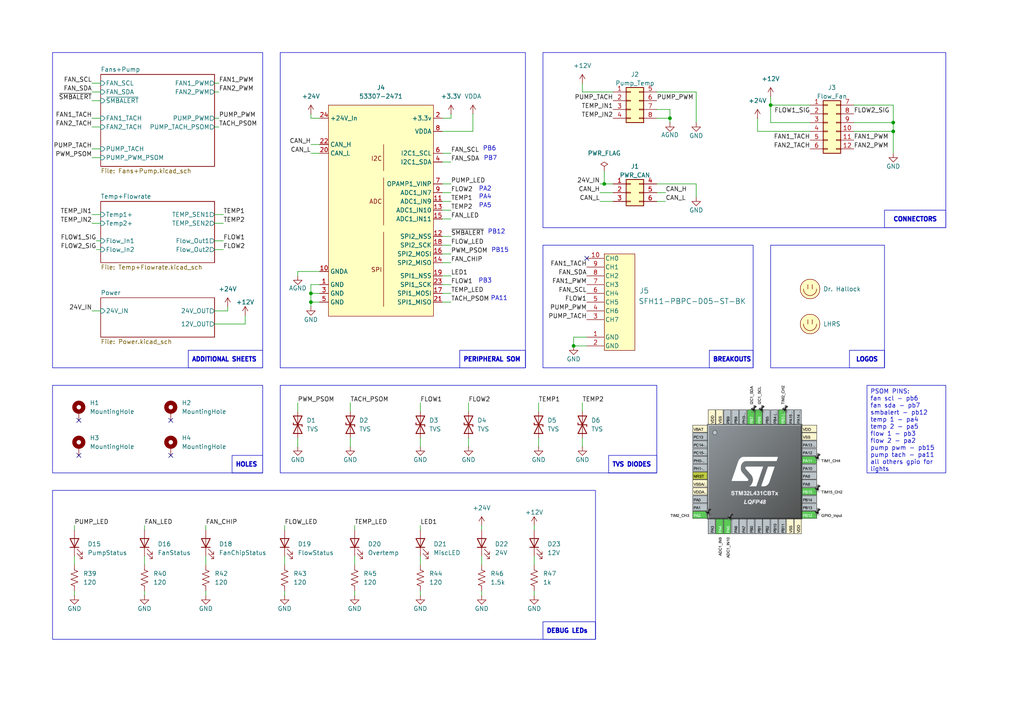
<source format=kicad_sch>
(kicad_sch (version 20250114) (generator "eeschema") (generator_version "9.0")
  (paper "A4")
  (lib_symbols
    (symbol "Connector_Generic:Conn_02x03_Top_Bottom" (pin_names (offset 1.016) (hide yes))
      (property "Reference" "J" (at 1.27 5.08 0))
      (property "Value" "Conn_02x03_Top_Bottom" (at 1.27 -5.08 0))
      (symbol "Conn_02x03_Top_Bottom_1_1"
        (pin passive line (at -5.08 2.54 0) (length 3.81) (name "Pin_1") (number "1"))
        (pin passive line (at -5.08 0 0) (length 3.81) (name "Pin_2") (number "2"))
        (pin passive line (at -5.08 -2.54 0) (length 3.81) (name "Pin_3") (number "3"))
        (pin passive line (at 7.62 2.54 180) (length 3.81) (name "Pin_4") (number "4"))
        (pin passive line (at 7.62 0 180) (length 3.81) (name "Pin_5") (number "5"))
        (pin passive line (at 7.62 -2.54 180) (length 3.81) (name "Pin_6") (number "6"))
      )
    )
    (symbol "Connector_Generic:Conn_02x04_Top_Bottom" (pin_names (offset 1.016) (hide yes))
      (property "Reference" "J" (at 1.27 5.08 0))
      (property "Value" "Conn_02x04_Top_Bottom" (at 1.27 -7.62 0))
      (symbol "Conn_02x04_Top_Bottom_1_1"
        (pin passive line (at -5.08 2.54 0) (length 3.81) (name "Pin_1") (number "1"))
        (pin passive line (at -5.08 0 0) (length 3.81) (name "Pin_2") (number "2"))
        (pin passive line (at -5.08 -2.54 0) (length 3.81) (name "Pin_3") (number "3"))
        (pin passive line (at -5.08 -5.08 0) (length 3.81) (name "Pin_4") (number "4"))
        (pin passive line (at 7.62 2.54 180) (length 3.81) (name "Pin_5") (number "5"))
        (pin passive line (at 7.62 0 180) (length 3.81) (name "Pin_6") (number "6"))
        (pin passive line (at 7.62 -2.54 180) (length 3.81) (name "Pin_7") (number "7"))
        (pin passive line (at 7.62 -5.08 180) (length 3.81) (name "Pin_8") (number "8"))
      )
    )
    (symbol "Connector_Generic:Conn_02x06_Top_Bottom" (pin_names (offset 1.016) (hide yes))
      (property "Reference" "J" (at 1.27 7.62 0))
      (property "Value" "Conn_02x06_Top_Bottom" (at 1.27 -10.16 0))
      (symbol "Conn_02x06_Top_Bottom_1_1"
        (pin passive line (at -5.08 5.08 0) (length 3.81) (name "Pin_1") (number "1"))
        (pin passive line (at -5.08 2.54 0) (length 3.81) (name "Pin_2") (number "2"))
        (pin passive line (at -5.08 0 0) (length 3.81) (name "Pin_3") (number "3"))
        (pin passive line (at -5.08 -2.54 0) (length 3.81) (name "Pin_4") (number "4"))
        (pin passive line (at -5.08 -5.08 0) (length 3.81) (name "Pin_5") (number "5"))
        (pin passive line (at -5.08 -7.62 0) (length 3.81) (name "Pin_6") (number "6"))
        (pin passive line (at 7.62 5.08 180) (length 3.81) (name "Pin_7") (number "7"))
        (pin passive line (at 7.62 2.54 180) (length 3.81) (name "Pin_8") (number "8"))
        (pin passive line (at 7.62 0 180) (length 3.81) (name "Pin_9") (number "9"))
        (pin passive line (at 7.62 -2.54 180) (length 3.81) (name "Pin_10") (number "10"))
        (pin passive line (at 7.62 -5.08 180) (length 3.81) (name "Pin_11") (number "11"))
        (pin passive line (at 7.62 -7.62 180) (length 3.81) (name "Pin_12") (number "12"))
      )
    )
    (symbol "Device:D_TVS" (pin_numbers (hide yes)) (pin_names (offset 1.016) (hide yes))
      (property "Reference" "D" (at 0 2.54 0))
      (property "Value" "D_TVS" (at 0 -2.54 0))
      (symbol "D_TVS_1_1"
        (pin passive line (at -3.81 0 0) (length 2.54) (name "A1") (number "1"))
        (pin passive line (at 3.81 0 180) (length 2.54) (name "A2") (number "2"))
      )
    )
    (symbol "Device:LED" (pin_numbers (hide yes)) (pin_names (offset 1.016) (hide yes))
      (property "Reference" "D" (at 0 2.54 0))
      (property "Value" "LED" (at 0 -2.54 0))
      (symbol "LED_1_1"
        (pin passive line (at -3.81 0 0) (length 2.54) (name "K") (number "1"))
        (pin passive line (at 3.81 0 180) (length 2.54) (name "A") (number "2"))
      )
    )
    (symbol "Device:R_US" (pin_numbers (hide yes)) (pin_names (offset 0))
      (property "Reference" "R" (at 2.54 0 90))
      (property "Value" "R_US" (at -2.54 0 90))
      (symbol "R_US_1_1"
        (pin passive line (at 0 3.81 270) (length 1.27) (name "~") (number "1"))
        (pin passive line (at 0 -3.81 90) (length 1.27) (name "~") (number "2"))
      )
    )
    (symbol "Mechanical:MountingHole_Pad" (pin_numbers (hide yes)) (pin_names (offset 1.016) (hide yes)) (in_bom no)
      (property "Reference" "H" (at 0 6.35 0))
      (property "Value" "MountingHole_Pad" (at 0 4.445 0))
      (symbol "MountingHole_Pad_1_1"
        (pin input line (at 0 -2.54 90) (length 2.54) (name "1") (number "1"))
      )
    )
    (symbol "UTSVT_Misc:Logo_Placeholder" (pin_names (offset 1.016))
      (property "Value" "Dr. Hallock" (at 3.556 0 0))
    )
    (symbol "power:+12V" (power) (pin_numbers (hide yes)) (pin_names (offset 0) (hide yes))
      (property "Value" "+12V" (at 0 3.556 0))
      (symbol "+12V_1_1"
        (pin power_in line (at 0 0 90) (length 0) (name "~") (number "1"))
      )
    )
    (symbol "power:+24V" (power) (pin_numbers (hide yes)) (pin_names (offset 0) (hide yes))
      (property "Value" "+24V" (at 0 3.556 0))
      (symbol "+24V_1_1"
        (pin power_in line (at 0 0 90) (length 0) (name "~") (number "1"))
      )
    )
    (symbol "power:+3.3V" (power) (pin_numbers (hide yes)) (pin_names (offset 0) (hide yes))
      (property "Value" "+3.3V" (at 0 3.556 0))
      (symbol "+3.3V_1_1"
        (pin power_in line (at 0 0 90) (length 0) (name "~") (number "1"))
      )
    )
    (symbol "power:+5V" (power) (pin_numbers (hide yes)) (pin_names (offset 0) (hide yes))
      (property "Value" "+5V" (at 0 3.556 0))
      (symbol "+5V_1_1"
        (pin power_in line (at 0 0 90) (length 0) (name "~") (number "1"))
      )
    )
    (symbol "power:GND" (power) (pin_numbers (hide yes)) (pin_names (offset 0) (hide yes))
      (property "Value" "GND" (at 0 -3.81 0))
      (symbol "GND_1_1"
        (pin power_in line (at 0 0 270) (length 0) (name "~") (number "1"))
      )
    )
    (symbol "power:PWR_FLAG" (power) (pin_numbers (hide yes)) (pin_names (offset 0) (hide yes))
      (property "Value" "PWR_FLAG" (at 0 3.81 0))
      (symbol "PWR_FLAG_0_0"
        (pin power_out line (at 0 0 90) (length 0) (name "~") (number "1"))
      )
    )
    (symbol "utsvt_connectors:PeripheralSOMConnector"
      (property "Reference" "J" (at -14.732 -2.794 0))
      (property "Value" "53307-2471" (at 8.89 -2.794 0))
      (symbol "PeripheralSOMConnector_1_1"
        (text "ADC" (at -1.524 -31.75 0) (effects (font (size 1.27 1.27))))
        (text "I2C" (at -1.27 -19.304 0) (effects (font (size 1.27 1.27))))
        (text "SPI" (at -1.27 -51.562 0) (effects (font (size 1.27 1.27))))
        (pin power_in line (at -17.78 -7.62 0) (length 2.54) (name "+24V_In") (number "24"))
        (pin bidirectional line (at -17.78 -15.24 0) (length 2.54) (name "CAN_H") (number "22"))
        (pin bidirectional line (at -17.78 -17.78 0) (length 2.54) (name "CAN_L") (number "20"))
        (pin no_connect line (at -17.78 -40.64 0) (length 2.54) (hide yes) (name "MNT") (number "25"))
        (pin no_connect line (at -17.78 -43.18 0) (length 2.54) (hide yes) (name "MNT") (number "26"))
        (pin no_connect line (at -17.78 -45.72 0) (length 2.54) (hide yes) (name "MNT") (number "27"))
        (pin no_connect line (at -17.78 -48.26 0) (length 2.54) (hide yes) (name "MNT") (number "28"))
        (pin power_out line (at -17.78 -52.07 0) (length 2.54) (name "GNDA") (number "10"))
        (pin power_in line (at -17.78 -55.88 0) (length 2.54) (name "GND") (number "1"))
        (pin power_in line (at -17.78 -58.42 0) (length 2.54) (name "GND") (number "3"))
        (pin power_in line (at -17.78 -60.96 0) (length 2.54) (name "GND") (number "5"))
        (pin power_out line (at 17.78 -7.62 180) (length 2.54) (name "+3.3v") (number "2"))
        (pin power_out line (at 17.78 -11.43 180) (length 2.54) (name "VDDA") (number "8"))
        (pin output line (at 17.78 -17.78 180) (length 2.54) (name "I2C1_SCL") (number "6"))
        (pin bidirectional line (at 17.78 -20.32 180) (length 2.54) (name "I2C1_SDA") (number "4"))
        (pin input line (at 17.78 -26.67 180) (length 2.54) (name "OPAMP1_VINP") (number "7"))
        (pin input line (at 17.78 -29.21 180) (length 2.54) (name "ADC1_IN7") (number "9"))
        (pin input line (at 17.78 -31.75 180) (length 2.54) (name "ADC1_IN9") (number "11"))
        (pin input line (at 17.78 -34.29 180) (length 2.54) (name "ADC1_IN10") (number "13"))
        (pin input line (at 17.78 -36.83 180) (length 2.54) (name "ADC1_IN11") (number "15"))
        (pin output line (at 17.78 -41.91 180) (length 2.54) (name "SPI2_NSS") (number "12"))
        (pin output line (at 17.78 -44.45 180) (length 2.54) (name "SPI2_SCK") (number "18"))
        (pin output line (at 17.78 -46.99 180) (length 2.54) (name "SPI2_MOSI") (number "16"))
        (pin input line (at 17.78 -49.53 180) (length 2.54) (name "SPI2_MISO") (number "14"))
        (pin output line (at 17.78 -53.34 180) (length 2.54) (name "SPI1_NSS") (number "19"))
        (pin output line (at 17.78 -55.88 180) (length 2.54) (name "SPI1_SCK") (number "23"))
        (pin output line (at 17.78 -58.42 180) (length 2.54) (name "SPI1_MOSI") (number "17"))
        (pin input line (at 17.78 -60.96 180) (length 2.54) (name "SPI1_MISO") (number "21"))
      )
    )
    (symbol "utsvt_connectors:SFH11-PBPC-D05-ST-BK" (pin_names (offset 0.254))
      (property "Reference" "J" (at 8.89 6.35 0))
      (property "Value" "SFH11-PBPC-D05-ST-BK" (at 8.89 4.318 0))
      (symbol "SFH11-PBPC-D05-ST-BK_1_1"
        (pin output line (at 0 1.27 0) (length 5.08) (name "CH0") (number "10"))
        (pin output line (at 0 -1.27 0) (length 5.08) (name "CH1") (number "9"))
        (pin output line (at 0 -3.81 0) (length 5.08) (name "CH2") (number "8"))
        (pin output line (at 0 -6.35 0) (length 5.08) (name "CH3") (number "7"))
        (pin output line (at 0 -8.89 0) (length 5.08) (name "CH4") (number "6"))
        (pin output line (at 0 -11.43 0) (length 5.08) (name "CH5") (number "5"))
        (pin output line (at 0 -13.97 0) (length 5.08) (name "CH6") (number "4"))
        (pin output line (at 0 -16.51 0) (length 5.08) (name "CH7") (number "3"))
        (pin output line (at 0 -21.59 0) (length 5.08) (name "GND") (number "1"))
        (pin output line (at 0 -24.13 0) (length 5.08) (name "GND") (number "2"))
      )
      (symbol "SFH11-PBPC-D05-ST-BK_1_2"
        (pin unspecified line (at 0 0 0) (length 5.08) (name "1") (number "1"))
        (pin unspecified line (at 0 -2.54 0) (length 5.08) (name "2") (number "2"))
        (pin unspecified line (at 0 -5.08 0) (length 5.08) (name "3") (number "3"))
        (pin unspecified line (at 0 -7.62 0) (length 5.08) (name "4") (number "4"))
        (pin unspecified line (at 0 -10.16 0) (length 5.08) (name "5") (number "5"))
        (pin unspecified line (at 0 -12.7 0) (length 5.08) (name "6") (number "6"))
        (pin unspecified line (at 0 -15.24 0) (length 5.08) (name "7") (number "7"))
        (pin unspecified line (at 0 -17.78 0) (length 5.08) (name "8") (number "8"))
        (pin unspecified line (at 0 -20.32 0) (length 5.08) (name "9") (number "9"))
        (pin unspecified line (at 0 -22.86 0) (length 5.08) (name "10") (number "10"))
      )
    )
  )
  (rectangle (start 15.24 142.24) (end 172.72 185.42))
  (rectangle (start 81.28 111.76) (end 190.5 137.16))
  (rectangle (start 15.24 111.76) (end 76.2 137.16))
  (rectangle (start 81.28 15.24) (end 152.4 106.68))
  (rectangle (start 157.48 71.12) (end 218.44 106.68))
  (rectangle (start 15.24 15.24) (end 76.2 106.68))
  (rectangle (start 157.48 15.24) (end 274.32 66.04))
  (rectangle (start 223.52 71.12) (end 256.54 106.68))
  (text "PA11" (at 144.78 86.614 0) (effects (font (size 1.27 1.27))))
  (text "PB12" (at 144.018 67.31 0) (effects (font (size 1.27 1.27))))
  (text "PA2" (at 140.716 54.864 0) (effects (font (size 1.27 1.27))))
  (text "PA4" (at 140.716 57.15 0) (effects (font (size 1.27 1.27))))
  (text "PA5" (at 140.716 59.69 0) (effects (font (size 1.27 1.27))))
  (text "PB7" (at 142.24 45.974 0) (effects (font (size 1.27 1.27))))
  (text "PB15" (at 145.034 72.644 0) (effects (font (size 1.27 1.27))))
  (text "PB3" (at 140.716 81.534 0) (effects (font (size 1.27 1.27))))
  (text "PB6" (at 141.986 43.18 0) (effects (font (size 1.27 1.27))))
  (text_box "TVS DIODES" (at 176.53 132.08 0) (size 13.97 5.08) (margins 0.9525 0.9525 0.9525 0.9525) (effects (font (size 1.27 1.27) (thickness 0.381) (bold yes)) (justify left)))
  (text_box "PERIPHERAL SOM" (at 133.35 101.6 0) (size 19.05 5.08) (margins 0.9525 0.9525 0.9525 0.9525) (effects (font (size 1.27 1.27) (thickness 0.381) (bold yes)) (justify left)))
  (text_box "PSOM PINS:\nfan scl - pb6\nfan sda - pb7\nsmbalert - pb12\ntemp 1 - pa4\ntemp 2 - pa5\nflow 1 - pb3\nflow 2 - pa2\npump pwm - pb15\npump tach - pa11\nall others gpio for lights\n" (at 251.46 111.76 0) (size 22.86 25.4) (margins 0.9525 0.9525 0.9525 0.9525) (effects (font (size 1.27 1.27)) (justify left top)))
  (text_box "HOLES" (at 67.31 132.08 0) (size 8.89 5.08) (margins 0.9525 0.9525 0.9525 0.9525) (effects (font (size 1.27 1.27) (thickness 0.381) (bold yes)) (justify left)))
  (text_box "DEBUG LEDs" (at 157.48 180.34 0) (size 15.24 5.08) (margins 0.9525 0.9525 0.9525 0.9525) (effects (font (size 1.27 1.27) (thickness 0.381) (bold yes)) (justify left)))
  (text_box "BREAKOUTS" (at 205.74 101.6 0) (size 12.7 5.08) (margins 0.9525 0.9525 0.9525 0.9525) (effects (font (size 1.27 1.27) (thickness 0.381) (bold yes)) (justify left)))
  (text_box "ADDITIONAL SHEETS" (at 54.61 101.6 0) (size 21.59 5.08) (margins 0.9525 0.9525 0.9525 0.9525) (effects (font (size 1.27 1.27) (thickness 0.381) (bold yes)) (justify left)))
  (text_box "CONNECTORS" (at 256.54 60.96 0) (size 17.78 5.08) (margins 0.9525 0.9525 0.9525 0.9525) (effects (font (size 1.27 1.27) (thickness 0.381) (bold yes))))
  (text_box "LOGOS" (at 246.38 101.6 0) (size 10.16 5.08) (margins 0.9525 0.9525 0.9525 0.9525) (effects (font (size 1.27 1.27) (thickness 0.381) (bold yes))))
  (junction (at 90.17 87.63))
  (junction (at 175.26 53.34))
  (junction (at 194.31 34.29))
  (junction (at 259.08 38.1))
  (junction (at 259.08 35.56))
  (junction (at 90.17 85.09))
  (junction (at 223.52 30.48))
  (junction (at 166.37 100.33))
  (no_connect (at 22.86 121.92))
  (no_connect (at 49.53 132.08))
  (no_connect (at 49.53 121.92))
  (no_connect (at 22.86 132.08))
  (no_connect (at 170.18 74.93))
  (wire (pts (xy 62.23 36.83) (xy 63.5 36.83)))
  (wire (pts (xy 194.31 35.56) (xy 194.31 34.29)))
  (wire (pts (xy 101.6 127) (xy 101.6 129.54)))
  (wire (pts (xy 102.87 152.4) (xy 102.87 153.67)))
  (wire (pts (xy 201.93 26.67) (xy 201.93 35.56)))
  (wire (pts (xy 130.81 85.09) (xy 128.27 85.09)))
  (wire (pts (xy 130.81 46.99) (xy 128.27 46.99)))
  (wire (pts (xy 27.94 72.39) (xy 29.21 72.39)))
  (wire (pts (xy 90.17 34.29) (xy 92.71 34.29)))
  (wire (pts (xy 26.67 29.21) (xy 29.21 29.21)))
  (wire (pts (xy 86.36 78.74) (xy 86.36 80.01)))
  (wire (pts (xy 59.69 171.45) (xy 59.69 172.72)))
  (wire (pts (xy 130.81 44.45) (xy 128.27 44.45)))
  (wire (pts (xy 154.94 171.45) (xy 154.94 172.72)))
  (wire (pts (xy 62.23 26.67) (xy 63.5 26.67)))
  (wire (pts (xy 190.5 31.75) (xy 194.31 31.75)))
  (wire (pts (xy 26.67 62.23) (xy 29.21 62.23)))
  (wire (pts (xy 121.92 161.29) (xy 121.92 163.83)))
  (wire (pts (xy 59.69 161.29) (xy 59.69 163.83)))
  (wire (pts (xy 82.55 161.29) (xy 82.55 163.83)))
  (wire (pts (xy 62.23 72.39) (xy 64.77 72.39)))
  (wire (pts (xy 62.23 90.17) (xy 66.04 90.17)))
  (wire (pts (xy 29.21 36.83) (xy 26.67 36.83)))
  (wire (pts (xy 92.71 82.55) (xy 90.17 82.55)))
  (wire (pts (xy 259.08 35.56) (xy 259.08 38.1)))
  (wire (pts (xy 154.94 161.29) (xy 154.94 163.83)))
  (wire (pts (xy 168.91 127) (xy 168.91 129.54)))
  (wire (pts (xy 168.91 26.67) (xy 177.8 26.67)))
  (wire (pts (xy 121.92 152.4) (xy 121.92 153.67)))
  (wire (pts (xy 82.55 152.4) (xy 82.55 153.67)))
  (wire (pts (xy 62.23 69.85) (xy 64.77 69.85)))
  (wire (pts (xy 29.21 43.18) (xy 26.67 43.18)))
  (wire (pts (xy 26.67 90.17) (xy 29.21 90.17)))
  (wire (pts (xy 137.16 38.1) (xy 137.16 33.02)))
  (wire (pts (xy 90.17 85.09) (xy 90.17 87.63)))
  (wire (pts (xy 175.26 49.53) (xy 175.26 53.34)))
  (wire (pts (xy 166.37 100.33) (xy 170.18 100.33)))
  (wire (pts (xy 82.55 171.45) (xy 82.55 172.72)))
  (wire (pts (xy 130.81 73.66) (xy 128.27 73.66)))
  (wire (pts (xy 139.7 161.29) (xy 139.7 163.83)))
  (wire (pts (xy 130.81 87.63) (xy 128.27 87.63)))
  (wire (pts (xy 259.08 35.56) (xy 247.65 35.56)))
  (wire (pts (xy 247.65 30.48) (xy 259.08 30.48)))
  (wire (pts (xy 66.04 90.17) (xy 66.04 88.9)))
  (wire (pts (xy 130.81 80.01) (xy 128.27 80.01)))
  (wire (pts (xy 234.95 35.56) (xy 223.52 35.56)))
  (wire (pts (xy 173.99 58.42) (xy 177.8 58.42)))
  (wire (pts (xy 130.81 58.42) (xy 128.27 58.42)))
  (wire (pts (xy 92.71 78.74) (xy 86.36 78.74)))
  (wire (pts (xy 130.81 82.55) (xy 128.27 82.55)))
  (wire (pts (xy 41.91 161.29) (xy 41.91 163.83)))
  (wire (pts (xy 194.31 31.75) (xy 194.31 34.29)))
  (wire (pts (xy 168.91 24.13) (xy 168.91 26.67)))
  (wire (pts (xy 139.7 171.45) (xy 139.7 172.72)))
  (wire (pts (xy 139.7 152.4) (xy 139.7 153.67)))
  (wire (pts (xy 223.52 35.56) (xy 223.52 30.48)))
  (wire (pts (xy 201.93 53.34) (xy 190.5 53.34)))
  (wire (pts (xy 175.26 53.34) (xy 177.8 53.34)))
  (wire (pts (xy 62.23 64.77) (xy 64.77 64.77)))
  (wire (pts (xy 27.94 69.85) (xy 29.21 69.85)))
  (wire (pts (xy 21.59 152.4) (xy 21.59 153.67)))
  (wire (pts (xy 26.67 45.72) (xy 29.21 45.72)))
  (wire (pts (xy 62.23 24.13) (xy 63.5 24.13)))
  (wire (pts (xy 26.67 26.67) (xy 29.21 26.67)))
  (wire (pts (xy 190.5 34.29) (xy 194.31 34.29)))
  (wire (pts (xy 92.71 87.63) (xy 90.17 87.63)))
  (wire (pts (xy 26.67 64.77) (xy 29.21 64.77)))
  (wire (pts (xy 219.71 34.29) (xy 219.71 38.1)))
  (wire (pts (xy 223.52 30.48) (xy 234.95 30.48)))
  (wire (pts (xy 90.17 44.45) (xy 92.71 44.45)))
  (wire (pts (xy 156.21 116.84) (xy 156.21 119.38)))
  (wire (pts (xy 173.99 53.34) (xy 175.26 53.34)))
  (wire (pts (xy 121.92 171.45) (xy 121.92 172.72)))
  (wire (pts (xy 92.71 85.09) (xy 90.17 85.09)))
  (wire (pts (xy 130.81 55.88) (xy 128.27 55.88)))
  (wire (pts (xy 62.23 93.98) (xy 71.12 93.98)))
  (wire (pts (xy 29.21 34.29) (xy 26.67 34.29)))
  (wire (pts (xy 90.17 41.91) (xy 92.71 41.91)))
  (wire (pts (xy 135.89 127) (xy 135.89 129.54)))
  (wire (pts (xy 135.89 116.84) (xy 135.89 119.38)))
  (wire (pts (xy 201.93 57.15) (xy 201.93 53.34)))
  (wire (pts (xy 156.21 127) (xy 156.21 129.54)))
  (wire (pts (xy 121.92 116.84) (xy 121.92 119.38)))
  (wire (pts (xy 128.27 38.1) (xy 137.16 38.1)))
  (wire (pts (xy 71.12 93.98) (xy 71.12 91.44)))
  (wire (pts (xy 168.91 116.84) (xy 168.91 119.38)))
  (wire (pts (xy 259.08 30.48) (xy 259.08 35.56)))
  (wire (pts (xy 90.17 82.55) (xy 90.17 85.09)))
  (wire (pts (xy 21.59 161.29) (xy 21.59 163.83)))
  (wire (pts (xy 90.17 87.63) (xy 90.17 88.9)))
  (wire (pts (xy 259.08 38.1) (xy 247.65 38.1)))
  (wire (pts (xy 130.81 71.12) (xy 128.27 71.12)))
  (wire (pts (xy 130.81 68.58) (xy 128.27 68.58)))
  (wire (pts (xy 62.23 34.29) (xy 63.5 34.29)))
  (wire (pts (xy 86.36 116.84) (xy 86.36 119.38)))
  (wire (pts (xy 26.67 24.13) (xy 29.21 24.13)))
  (wire (pts (xy 128.27 76.2) (xy 130.81 76.2)))
  (wire (pts (xy 128.27 53.34) (xy 130.81 53.34)))
  (wire (pts (xy 121.92 127) (xy 121.92 129.54)))
  (wire (pts (xy 90.17 33.02) (xy 90.17 34.29)))
  (wire (pts (xy 130.81 63.5) (xy 128.27 63.5)))
  (wire (pts (xy 62.23 62.23) (xy 64.77 62.23)))
  (wire (pts (xy 130.81 34.29) (xy 130.81 33.02)))
  (wire (pts (xy 130.81 60.96) (xy 128.27 60.96)))
  (wire (pts (xy 190.5 55.88) (xy 193.04 55.88)))
  (wire (pts (xy 41.91 152.4) (xy 41.91 153.67)))
  (wire (pts (xy 101.6 116.84) (xy 101.6 119.38)))
  (wire (pts (xy 166.37 97.79) (xy 166.37 100.33)))
  (wire (pts (xy 86.36 127) (xy 86.36 129.54)))
  (wire (pts (xy 59.69 152.4) (xy 59.69 153.67)))
  (wire (pts (xy 41.91 171.45) (xy 41.91 172.72)))
  (wire (pts (xy 219.71 38.1) (xy 234.95 38.1)))
  (wire (pts (xy 154.94 152.4) (xy 154.94 153.67)))
  (wire (pts (xy 170.18 97.79) (xy 166.37 97.79)))
  (wire (pts (xy 259.08 38.1) (xy 259.08 44.45)))
  (wire (pts (xy 21.59 171.45) (xy 21.59 172.72)))
  (wire (pts (xy 190.5 26.67) (xy 201.93 26.67)))
  (wire (pts (xy 102.87 171.45) (xy 102.87 172.72)))
  (wire (pts (xy 190.5 58.42) (xy 193.04 58.42)))
  (wire (pts (xy 173.99 55.88) (xy 177.8 55.88)))
  (wire (pts (xy 102.87 161.29) (xy 102.87 163.83)))
  (wire (pts (xy 223.52 27.94) (xy 223.52 30.48)))
  (wire (pts (xy 128.27 34.29) (xy 130.81 34.29)))
  (image (at 220.98 137.16) (scale 0.262543))
  (label "FLOW1_SIG" (at 27.94 69.85 180))
  (label "FAN_SDA" (at 26.67 26.67 180))
  (label "PUMP_PWM" (at 170.18 90.17 180))
  (label "TEMP_IN1" (at 26.67 62.23 180))
  (label "FAN_SDA" (at 130.81 46.99 0))
  (label "FAN1_PWM" (at 247.65 40.64 0))
  (label "TEMP_LED" (at 130.81 85.09 0))
  (label "FAN2_TACH" (at 26.67 36.83 180))
  (label "TACH_PSOM" (at 63.5 36.83 0))
  (label "PWM_PSOM" (at 26.67 45.72 180))
  (label "FAN_SCL" (at 26.67 24.13 180))
  (label "CAN_H" (at 90.17 41.91 180))
  (label "PUMP_TACH" (at 26.67 43.18 180))
  (label "FAN_LED" (at 130.81 63.5 0))
  (label "FLOW2_SIG" (at 27.94 72.39 180))
  (label "FAN_CHIP" (at 59.69 152.4 0))
  (label "PUMP_TACH" (at 177.8 29.21 180))
  (label "FLOW1_SIG" (at 234.95 33.02 180))
  (label "FLOW1" (at 121.92 116.84 0))
  (label "PWM_PSOM" (at 130.81 73.66 0))
  (label "FAN_SDA" (at 170.18 80.01 180))
  (label "FAN2_PWM" (at 247.65 43.18 0))
  (label "FAN_SCL" (at 170.18 85.09 180))
  (label "CAN_L" (at 90.17 44.45 180))
  (label "FLOW_LED" (at 82.55 152.4 0))
  (label "FAN1_PWM" (at 170.18 82.55 180))
  (label "TEMP_IN2" (at 177.8 34.29 180))
  (label "TEMP2" (at 168.91 116.84 0))
  (label "FLOW1" (at 64.77 69.85 0))
  (label "PWM_PSOM" (at 86.36 116.84 0))
  (label "FLOW1" (at 130.81 82.55 0))
  (label "FLOW2_SIG" (at 247.65 33.02 0))
  (label "CAN_H" (at 173.99 55.88 180))
  (label "TEMP1" (at 64.77 62.23 0))
  (label "FAN2_PWM" (at 63.5 26.67 0))
  (label "TEMP1" (at 130.81 58.42 0))
  (label "CAN_L" (at 193.04 58.42 0))
  (label "PUMP_TACH" (at 170.18 92.71 180))
  (label "FAN1_PWM" (at 63.5 24.13 0))
  (label "FLOW2" (at 135.89 116.84 0))
  (label "PUMP_PWM" (at 63.5 34.29 0))
  (label "PUMP_LED" (at 130.81 53.34 0))
  (label "TEMP_LED" (at 102.87 152.4 0))
  (label "24V_IN" (at 173.99 53.34 180))
  (label "TEMP2" (at 130.81 60.96 0))
  (label "LED1" (at 121.92 152.4 0))
  (label "CAN_L" (at 173.99 58.42 180))
  (label "FAN1_TACH" (at 234.95 40.64 180))
  (label "FAN_LED" (at 41.91 152.4 0))
  (label "~{SMBALERT}" (at 130.81 68.58 0))
  (label "FLOW_LED" (at 130.81 71.12 0))
  (label "TACH_PSOM" (at 101.6 116.84 0))
  (label "FAN2_TACH" (at 234.95 43.18 180))
  (label "TEMP2" (at 64.77 64.77 0))
  (label "24V_IN" (at 26.67 90.17 180))
  (label "TACH_PSOM" (at 130.81 87.63 0))
  (label "FLOW2" (at 64.77 72.39 0))
  (label "FAN1_TACH" (at 170.18 77.47 180))
  (label "TEMP_IN2" (at 26.67 64.77 180))
  (label "PUMP_LED" (at 21.59 152.4 0))
  (label "CAN_H" (at 193.04 55.88 0))
  (label "LED1" (at 130.81 80.01 0))
  (label "FLOW1" (at 170.18 87.63 180))
  (label "~{SMBALERT}" (at 26.67 29.21 180))
  (label "FLOW2" (at 130.81 55.88 0))
  (label "FAN1_TACH" (at 26.67 34.29 180))
  (label "TEMP1" (at 156.21 116.84 0))
  (label "PUMP_PWM" (at 190.5 29.21 0))
  (label "FAN_CHIP" (at 130.81 76.2 0))
  (label "TEMP_IN1" (at 177.8 31.75 180))
  (label "FAN_SCL" (at 130.81 44.45 0))
  (symbol (lib_id "power:GND") (at 135.89 129.54 0) (unit 1)
    (property "Reference" "#PWR016" (effects (hide yes)))
    (property "Value" "GND" (at 135.89 133.35 0))
    (property "Description" "Power symbol creates a global label with name \"GND\" , ground" (effects (hide yes)))
  )
  (symbol (lib_id "Mechanical:MountingHole_Pad") (at 49.53 129.54 0) (unit 1) (in_bom no)
    (property "Reference" "H4" (at 52.705 126.9999 0) (effects (justify left)))
    (property "Value" "MountingHole" (at 52.705 129.5399 0) (effects (justify left)))
    (property "Footprint" "MountingHole:MountingHole_3.2mm_M3_Pad_TopBottom" (effects (hide yes)))
    (property "Description" "Mounting Hole with connection" (effects (hide yes)))
  )
  (symbol (lib_id "power:GND") (at 166.37 100.33 0) (unit 1)
    (property "Reference" "#PWR019" (effects (hide yes)))
    (property "Value" "GND" (at 166.37 104.14 0))
    (property "Description" "Power symbol creates a global label with name \"GND\" , ground" (effects (hide yes)))
  )
  (symbol (lib_id "Device:D_TVS") (at 101.6 123.19 90) (unit 1)
    (property "Reference" "D2" (at 104.14 121.9199 90) (effects (justify right)))
    (property "Value" "TVS" (at 104.14 124.4599 90) (effects (justify right)))
    (property "Footprint" "PumpLib:CR_SOD-123FL_LTF" (effects (hide yes)))
    (property "Description" "Bidirectional transient-voltage-suppression diode" (effects (hide yes)))
    (property "P/N" "SMF3.3" (effects (hide yes)))
  )
  (symbol (lib_id "power:GND") (at 21.59 172.72 0) (unit 1)
    (property "Reference" "#PWR076" (effects (hide yes)))
    (property "Value" "GND" (at 21.59 176.53 0))
    (property "Description" "Power symbol creates a global label with name \"GND\" , ground" (effects (hide yes)))
  )
  (symbol (lib_id "power:+12V") (at 168.91 24.13 0) (unit 1)
    (property "Reference" "#PWR036" (effects (hide yes)))
    (property "Value" "+12V" (at 168.91 19.05 0))
    (property "Description" "Power symbol creates a global label with name \"+12V\"" (effects (hide yes)))
  )
  (symbol (lib_id "power:GND") (at 86.36 80.01 0) (unit 1)
    (property "Reference" "#PWR09" (effects (hide yes)))
    (property "Value" "AGND" (at 86.36 83.566 0))
    (property "Description" "Power symbol creates a global label with name \"GND\" , ground" (effects (hide yes)))
  )
  (symbol (lib_id "Connector_Generic:Conn_02x06_Top_Bottom") (at 240.03 35.56 0) (unit 1)
    (property "Reference" "J3" (at 241.3 25.4 0))
    (property "Value" "Flow_Fan" (at 241.3 27.94 0))
    (property "Footprint" "Connector_Molex:Molex_Nano-Fit_105310-xx12_2x06_P2.50mm_Vertical" (effects (hide yes)))
    (property "Description" "Generic connector, double row, 02x06, top/bottom pin numbering scheme (row 1: 1...pins_per_row, row2: pins_per_row+1 ... num_pins), script generated (kicad-library-utils/schlib/autogen/connector/)" (effects (hide yes)))
  )
  (symbol (lib_id "power:GND") (at 259.08 44.45 0) (unit 1)
    (property "Reference" "#PWR039" (effects (hide yes)))
    (property "Value" "GND" (at 259.08 48.26 0))
    (property "Description" "Power symbol creates a global label with name \"GND\" , ground" (effects (hide yes)))
  )
  (symbol (lib_id "power:+24V") (at 219.71 34.29 0) (unit 1)
    (property "Reference" "#PWR090" (effects (hide yes)))
    (property "Value" "+24V" (at 219.71 29.21 0))
    (property "Description" "Power symbol creates a global label with name \"+24V\"" (effects (hide yes)))
  )
  (symbol (lib_id "Device:R_US") (at 82.55 167.64 0) (unit 1)
    (property "Reference" "R43" (at 85.09 166.3699 0) (effects (justify left)))
    (property "Value" "120" (at 85.09 168.9099 0) (effects (justify left)))
    (property "Footprint" "Resistor_SMD:R_0603_1608Metric_Pad0.98x0.95mm_HandSolder" (effects (hide yes)))
    (property "Description" "Resistor, US symbol" (effects (hide yes)))
    (property "P/N" "CRCW06031K00FKEI" (effects (hide yes)))
  )
  (symbol (lib_id "power:+3.3V") (at 130.81 33.02 0) (unit 1)
    (property "Reference" "#PWR03" (effects (hide yes)))
    (property "Value" "+3.3V" (at 130.81 27.94 0))
    (property "Description" "Power symbol creates a global label with name \"+3.3V\"" (effects (hide yes)))
  )
  (symbol (lib_id "Device:R_US") (at 59.69 167.64 0) (unit 1)
    (property "Reference" "R42" (at 62.23 166.3699 0) (effects (justify left)))
    (property "Value" "120" (at 62.23 168.9099 0) (effects (justify left)))
    (property "Footprint" "Resistor_SMD:R_0603_1608Metric_Pad0.98x0.95mm_HandSolder" (effects (hide yes)))
    (property "Description" "Resistor, US symbol" (effects (hide yes)))
    (property "P/N" "CRCW06031K00FKEI" (effects (hide yes)))
  )
  (symbol (lib_id "power:GND") (at 102.87 172.72 0) (unit 1)
    (property "Reference" "#PWR082" (effects (hide yes)))
    (property "Value" "GND" (at 102.87 176.53 0))
    (property "Description" "Power symbol creates a global label with name \"GND\" , ground" (effects (hide yes)))
  )
  (symbol (lib_id "power:PWR_FLAG") (at 175.26 49.53 0) (unit 1)
    (property "Reference" "#FLG04" (effects (hide yes)))
    (property "Value" "PWR_FLAG" (at 175.26 44.45 0))
    (property "Description" "Special symbol for telling ERC where power comes from" (effects (hide yes)))
  )
  (symbol (lib_id "Device:LED") (at 41.91 157.48 90) (unit 1)
    (property "Reference" "D16" (at 45.72 157.7974 90) (effects (justify right)))
    (property "Value" "FanStatus" (at 45.72 160.3374 90) (effects (justify right)))
    (property "Footprint" "LED_SMD:LED_0603_1608Metric_Pad1.05x0.95mm_HandSolder" (effects (hide yes)))
    (property "Datasheet" "https://mm.digikey.com/Volume0/opasdata/d220001/medias/docus/6472/5962_XL-1608UBC-06A%200603%E9%AB%98%E4%BA%AE%E8%93%9D0.6T.pdf" (effects (hide yes)))
    (property "Description" "Blue LED" (effects (hide yes)))
    (property "P/N" "XL-1608UBC-06A" (effects (hide yes)))
  )
  (symbol (lib_id "Connector_Generic:Conn_02x03_Top_Bottom") (at 182.88 55.88 0) (unit 1)
    (property "Reference" "J1" (at 184.15 48.26 0))
    (property "Value" "PWR_CAN" (at 184.15 50.8 0))
    (property "Footprint" "Connector_Molex:Molex_Nano-Fit_105310-xx06_2x03_P2.50mm_Vertical" (effects (hide yes)))
    (property "Description" "Generic connector, double row, 02x03, top/bottom pin numbering scheme (row 1: 1...pins_per_row, row2: pins_per_row+1 ... num_pins), script generated (kicad-library-utils/schlib/autogen/connector/)" (effects (hide yes)))
  )
  (symbol (lib_id "power:GND") (at 201.93 35.56 0) (unit 1)
    (property "Reference" "#PWR091" (effects (hide yes)))
    (property "Value" "GND" (at 201.93 39.37 0))
    (property "Description" "Power symbol creates a global label with name \"GND\" , ground" (effects (hide yes)))
  )
  (symbol (lib_id "utsvt_connectors:PeripheralSOMConnector") (at 110.49 26.67 0) (unit 1)
    (property "Reference" "J4" (at 110.49 25.4 0) (effects (font (thickness 0.1588))))
    (property "Value" "53307-2471" (at 110.49 27.94 0))
    (property "Footprint" "UTSVT_Connectors:PeripheralSOM" (effects (hide yes)))
    (property "Datasheet" "https://www.molex.com/en-us/products/part-detail-pdf/533072471?display=pdf" (effects (hide yes)))
    (property "Description" "Board-to-board connector for Peripheral SOM daughterboards" (effects (hide yes)))
    (property "P/N" "53307-2471" (effects (hide yes)))
  )
  (symbol (lib_id "Device:LED") (at 139.7 157.48 90) (unit 1)
    (property "Reference" "D22" (at 143.51 157.7974 90) (effects (justify right)))
    (property "Value" "24V" (at 143.51 160.3374 90) (effects (justify right)))
    (property "Footprint" "LED_SMD:LED_0603_1608Metric_Pad1.05x0.95mm_HandSolder" (effects (hide yes)))
    (property "Datasheet" "https://mm.digikey.com/Volume0/opasdata/d220001/medias/docus/6472/5962_XL-1608UBC-06A%200603%E9%AB%98%E4%BA%AE%E8%93%9D0.6T.pdf" (effects (hide yes)))
    (property "Description" "Blue LED" (effects (hide yes)))
    (property "P/N" "XL-1608UBC-06A" (effects (hide yes)))
  )
  (symbol (lib_id "power:GND") (at 82.55 172.72 0) (unit 1)
    (property "Reference" "#PWR080" (effects (hide yes)))
    (property "Value" "GND" (at 82.55 176.53 0))
    (property "Description" "Power symbol creates a global label with name \"GND\" , ground" (effects (hide yes)))
  )
  (symbol (lib_id "Device:LED") (at 21.59 157.48 90) (unit 1)
    (property "Reference" "D15" (at 25.4 157.7974 90) (effects (justify right)))
    (property "Value" "PumpStatus" (at 25.4 160.3374 90) (effects (justify right)))
    (property "Footprint" "LED_SMD:LED_0603_1608Metric_Pad1.05x0.95mm_HandSolder" (effects (hide yes)))
    (property "Datasheet" "https://mm.digikey.com/Volume0/opasdata/d220001/medias/docus/6472/5962_XL-1608UBC-06A%200603%E9%AB%98%E4%BA%AE%E8%93%9D0.6T.pdf" (effects (hide yes)))
    (property "Description" "Blue LED" (effects (hide yes)))
    (property "P/N" "XL-1608UBC-06A" (effects (hide yes)))
  )
  (symbol (lib_id "Device:D_TVS") (at 135.89 123.19 90) (unit 1)
    (property "Reference" "D4" (at 138.43 121.9199 90) (effects (justify right)))
    (property "Value" "TVS" (at 138.43 124.4599 90) (effects (justify right)))
    (property "Footprint" "PumpLib:CR_SOD-123FL_LTF" (effects (hide yes)))
    (property "Description" "Bidirectional transient-voltage-suppression diode" (effects (hide yes)))
    (property "P/N" "SMF3.3" (effects (hide yes)))
  )
  (symbol (lib_id "power:+5V") (at 154.94 152.4 0) (unit 1)
    (property "Reference" "#PWR078" (effects (hide yes)))
    (property "Value" "+12V" (at 154.94 148.59 0))
    (property "Description" "Power symbol creates a global label with name \"+5V\"" (effects (hide yes)))
  )
  (symbol (lib_id "Device:D_TVS") (at 121.92 123.19 90) (unit 1)
    (property "Reference" "D3" (at 124.46 121.9199 90) (effects (justify right)))
    (property "Value" "TVS" (at 124.46 124.4599 90) (effects (justify right)))
    (property "Footprint" "PumpLib:CR_SOD-123FL_LTF" (effects (hide yes)))
    (property "Description" "Bidirectional transient-voltage-suppression diode" (effects (hide yes)))
    (property "P/N" "SMF3.3" (effects (hide yes)))
  )
  (symbol (lib_id "power:GND") (at 121.92 129.54 0) (unit 1)
    (property "Reference" "#PWR015" (effects (hide yes)))
    (property "Value" "GND" (at 121.92 133.35 0))
    (property "Description" "Power symbol creates a global label with name \"GND\" , ground" (effects (hide yes)))
  )
  (symbol (lib_id "Connector_Generic:Conn_02x04_Top_Bottom") (at 182.88 29.21 0) (unit 1)
    (property "Reference" "J2" (at 184.15 21.59 0))
    (property "Value" "Pump_Temp" (at 184.15 24.13 0))
    (property "Footprint" "Connector_Molex:Molex_Nano-Fit_105310-xx08_2x04_P2.50mm_Vertical" (effects (hide yes)))
    (property "Description" "Generic connector, double row, 02x04, top/bottom pin numbering scheme (row 1: 1...pins_per_row, row2: pins_per_row+1 ... num_pins), script generated (kicad-library-utils/schlib/autogen/connector/)" (effects (hide yes)))
  )
  (symbol (lib_id "power:GND") (at 86.36 129.54 0) (unit 1)
    (property "Reference" "#PWR013" (effects (hide yes)))
    (property "Value" "GND" (at 86.36 133.35 0))
    (property "Description" "Power symbol creates a global label with name \"GND\" , ground" (effects (hide yes)))
  )
  (symbol (lib_id "power:GND") (at 90.17 88.9 0) (unit 1)
    (property "Reference" "#PWR011" (effects (hide yes)))
    (property "Value" "GND" (at 90.17 92.71 0))
    (property "Description" "Power symbol creates a global label with name \"GND\" , ground" (effects (hide yes)))
  )
  (symbol (lib_id "power:+24V") (at 66.04 88.9 0) (unit 1)
    (property "Reference" "#PWR010" (effects (hide yes)))
    (property "Value" "+24V" (at 66.04 83.82 0))
    (property "Description" "Power symbol creates a global label with name \"+24V\"" (effects (hide yes)))
  )
  (symbol (lib_id "utsvt_connectors:SFH11-PBPC-D05-ST-BK") (at 170.18 76.2 0) (unit 1)
    (property "Reference" "J5" (at 185.42 84.328 0) (effects (font (size 1.524 1.524)) (justify left)))
    (property "Value" "SFH11-PBPC-D05-ST-BK" (at 185.166 87.376 0) (effects (font (size 1.524 1.524)) (justify left)))
    (property "Footprint" "UTSVT_Connectors:CONN_SFH11-xxxC-D05-ST-XX_SUL" (effects (hide yes)))
    (property "Datasheet" "https://www.digikey.com/en/products/detail/sullins-connector-solutions/SFH11-PBPC-D05-ST-BK/1990087?gclsrc=aw.ds&gad_source=1&gad_campaignid=120565755&gbraid=0AAAAADrbLljEsXDDEt5svizMM4jeYrL-A&gclid=Cj0KCQjwwZDFBhCpARIsAB95qO2YCKMg2VQme3QQBBCFa3dTLVMMS-qCbMZE8KZJpYe-_Bi6ULwi-x0aAvv3EALw_wcB" (effects (hide yes)))
    (property "Description" "Connector interfacing with logic analyzers" (effects (hide yes)))
    (property "P/N" "SFH11-PBPC-D05-ST-BK" (effects (hide yes)))
  )
  (symbol (lib_id "power:GND") (at 194.31 35.56 0) (unit 1)
    (property "Reference" "#PWR088" (effects (hide yes)))
    (property "Value" "AGND" (at 194.31 39.116 0))
    (property "Description" "Power symbol creates a global label with name \"GND\" , ground" (effects (hide yes)))
  )
  (symbol (lib_id "Device:R_US") (at 121.92 167.64 0) (unit 1)
    (property "Reference" "R44" (at 124.46 166.3699 0) (effects (justify left)))
    (property "Value" "120" (at 124.46 168.9099 0) (effects (justify left)))
    (property "Footprint" "Resistor_SMD:R_0603_1608Metric_Pad0.98x0.95mm_HandSolder" (effects (hide yes)))
    (property "Description" "Resistor, US symbol" (effects (hide yes)))
    (property "P/N" "CRCW06031K00FKEI" (effects (hide yes)))
  )
  (symbol (lib_id "Device:D_TVS") (at 168.91 123.19 90) (unit 1)
    (property "Reference" "D6" (at 171.45 121.9199 90) (effects (justify right)))
    (property "Value" "TVS" (at 171.45 124.4599 90) (effects (justify right)))
    (property "Footprint" "PumpLib:CR_SOD-123FL_LTF" (effects (hide yes)))
    (property "Description" "Bidirectional transient-voltage-suppression diode" (effects (hide yes)))
    (property "P/N" "SMF3.3" (effects (hide yes)))
  )
  (symbol (lib_id "UTSVT_Misc:Logo_Placeholder") (at 234.95 83.82 0) (unit 1)
    (property "Reference" "LOGO1" (effects (hide yes)))
    (property "Value" "Dr. Hallock" (at 238.76 83.8199 0) (effects (justify left)))
    (property "Footprint" "UTSVT_Logos:Hallock_Image_Tiny" (effects (hide yes)))
    (property "Description" "Graph footprint placeholder" (effects (hide yes)))
  )
  (symbol (lib_id "power:+5V") (at 71.12 91.44 0) (unit 1)
    (property "Reference" "#PWR012" (effects (hide yes)))
    (property "Value" "+12V" (at 71.12 87.63 0))
    (property "Description" "Power symbol creates a global label with name \"+5V\"" (effects (hide yes)))
  )
  (symbol (lib_id "Device:LED") (at 154.94 157.48 90) (unit 1)
    (property "Reference" "D23" (at 158.75 157.7974 90) (effects (justify right)))
    (property "Value" "12V" (at 158.75 160.3374 90) (effects (justify right)))
    (property "Footprint" "LED_SMD:LED_0603_1608Metric_Pad1.05x0.95mm_HandSolder" (effects (hide yes)))
    (property "Datasheet" "https://mm.digikey.com/Volume0/opasdata/d220001/medias/docus/6472/5962_XL-1608UBC-06A%200603%E9%AB%98%E4%BA%AE%E8%93%9D0.6T.pdf" (effects (hide yes)))
    (property "Description" "Blue LED" (effects (hide yes)))
    (property "P/N" "XL-1608UBC-06A" (effects (hide yes)))
  )
  (symbol (lib_id "Mechanical:MountingHole_Pad") (at 22.86 129.54 0) (unit 1) (in_bom no)
    (property "Reference" "H3" (at 26.035 126.9999 0) (effects (justify left)))
    (property "Value" "MountingHole" (at 26.035 129.5399 0) (effects (justify left)))
    (property "Footprint" "MountingHole:MountingHole_3.2mm_M3_Pad_TopBottom" (effects (hide yes)))
    (property "Description" "Mounting Hole with connection" (effects (hide yes)))
  )
  (symbol (lib_id "Device:R_US") (at 139.7 167.64 0) (unit 1)
    (property "Reference" "R46" (at 142.24 166.3699 0) (effects (justify left)))
    (property "Value" "1.5k" (at 142.24 168.9099 0) (effects (justify left)))
    (property "Footprint" "Resistor_SMD:R_0603_1608Metric_Pad0.98x0.95mm_HandSolder" (effects (hide yes)))
    (property "Description" "Resistor, US symbol" (effects (hide yes)))
    (property "P/N" "CRCW06031K00FKEI" (effects (hide yes)))
  )
  (symbol (lib_id "power:GND") (at 201.93 57.15 0) (unit 1)
    (property "Reference" "#PWR020" (effects (hide yes)))
    (property "Value" "GND" (at 201.93 60.96 0))
    (property "Description" "Power symbol creates a global label with name \"GND\" , ground" (effects (hide yes)))
  )
  (symbol (lib_id "power:GND") (at 156.21 129.54 0) (unit 1)
    (property "Reference" "#PWR017" (effects (hide yes)))
    (property "Value" "GND" (at 156.21 133.35 0))
    (property "Description" "Power symbol creates a global label with name \"GND\" , ground" (effects (hide yes)))
  )
  (symbol (lib_id "Device:LED") (at 121.92 157.48 90) (unit 1)
    (property "Reference" "D21" (at 125.73 157.7974 90) (effects (justify right)))
    (property "Value" "MiscLED" (at 125.73 160.3374 90) (effects (justify right)))
    (property "Footprint" "LED_SMD:LED_0603_1608Metric_Pad1.05x0.95mm_HandSolder" (effects (hide yes)))
    (property "Datasheet" "https://mm.digikey.com/Volume0/opasdata/d220001/medias/docus/6472/5962_XL-1608UBC-06A%200603%E9%AB%98%E4%BA%AE%E8%93%9D0.6T.pdf" (effects (hide yes)))
    (property "Description" "Blue LED" (effects (hide yes)))
    (property "P/N" "XL-1608UBC-06A" (effects (hide yes)))
  )
  (symbol (lib_id "Device:R_US") (at 21.59 167.64 0) (unit 1)
    (property "Reference" "R39" (at 24.13 166.3699 0) (effects (justify left)))
    (property "Value" "120" (at 24.13 168.9099 0) (effects (justify left)))
    (property "Footprint" "Resistor_SMD:R_0603_1608Metric_Pad0.98x0.95mm_HandSolder" (effects (hide yes)))
    (property "Description" "Resistor, US symbol" (effects (hide yes)))
    (property "P/N" "CRCW06031K00FKEI" (effects (hide yes)))
  )
  (symbol (lib_id "Mechanical:MountingHole_Pad") (at 49.53 119.38 0) (unit 1) (in_bom no)
    (property "Reference" "H2" (at 52.705 116.8399 0) (effects (justify left)))
    (property "Value" "MountingHole" (at 52.705 119.3799 0) (effects (justify left)))
    (property "Footprint" "MountingHole:MountingHole_3.2mm_M3_Pad_TopBottom" (effects (hide yes)))
    (property "Description" "Mounting Hole with connection" (effects (hide yes)))
  )
  (symbol (lib_id "power:GND") (at 59.69 172.72 0) (unit 1)
    (property "Reference" "#PWR079" (effects (hide yes)))
    (property "Value" "GND" (at 59.69 176.53 0))
    (property "Description" "Power symbol creates a global label with name \"GND\" , ground" (effects (hide yes)))
  )
  (symbol (lib_id "power:GND") (at 168.91 129.54 0) (unit 1)
    (property "Reference" "#PWR018" (effects (hide yes)))
    (property "Value" "GND" (at 168.91 133.35 0))
    (property "Description" "Power symbol creates a global label with name \"GND\" , ground" (effects (hide yes)))
  )
  (symbol (lib_id "Device:D_TVS") (at 156.21 123.19 90) (unit 1)
    (property "Reference" "D5" (at 158.75 121.9199 90) (effects (justify right)))
    (property "Value" "TVS" (at 158.75 124.4599 90) (effects (justify right)))
    (property "Footprint" "PumpLib:CR_SOD-123FL_LTF" (effects (hide yes)))
    (property "Description" "Bidirectional transient-voltage-suppression diode" (effects (hide yes)))
    (property "P/N" "SMF3.3" (effects (hide yes)))
  )
  (symbol (lib_id "Device:LED") (at 102.87 157.48 90) (unit 1)
    (property "Reference" "D20" (at 106.68 157.7974 90) (effects (justify right)))
    (property "Value" "Overtemp" (at 106.68 160.3374 90) (effects (justify right)))
    (property "Footprint" "LED_SMD:LED_0603_1608Metric_Pad1.05x0.95mm_HandSolder" (effects (hide yes)))
    (property "Datasheet" "https://www.lcsc.com/datasheet/C84263.pdf" (effects (hide yes)))
    (property "Description" "Red LED" (effects (hide yes)))
    (property "P/N" "NCD0603R1" (effects (hide yes)))
  )
  (symbol (lib_id "Device:LED") (at 82.55 157.48 90) (unit 1)
    (property "Reference" "D19" (at 86.36 157.7974 90) (effects (justify right)))
    (property "Value" "FlowStatus" (at 86.36 160.3374 90) (effects (justify right)))
    (property "Footprint" "LED_SMD:LED_0603_1608Metric_Pad1.05x0.95mm_HandSolder" (effects (hide yes)))
    (property "Datasheet" "https://mm.digikey.com/Volume0/opasdata/d220001/medias/docus/6472/5962_XL-1608UBC-06A%200603%E9%AB%98%E4%BA%AE%E8%93%9D0.6T.pdf" (effects (hide yes)))
    (property "Description" "Blue LED" (effects (hide yes)))
    (property "P/N" "XL-1608UBC-06A" (effects (hide yes)))
  )
  (symbol (lib_id "power:GND") (at 101.6 129.54 0) (unit 1)
    (property "Reference" "#PWR014" (effects (hide yes)))
    (property "Value" "GND" (at 101.6 133.35 0))
    (property "Description" "Power symbol creates a global label with name \"GND\" , ground" (effects (hide yes)))
  )
  (symbol (lib_id "power:GND") (at 121.92 172.72 0) (unit 1)
    (property "Reference" "#PWR081" (effects (hide yes)))
    (property "Value" "GND" (at 121.92 176.53 0))
    (property "Description" "Power symbol creates a global label with name \"GND\" , ground" (effects (hide yes)))
  )
  (symbol (lib_id "Device:R_US") (at 41.91 167.64 0) (unit 1)
    (property "Reference" "R40" (at 44.45 166.3699 0) (effects (justify left)))
    (property "Value" "120" (at 44.45 168.9099 0) (effects (justify left)))
    (property "Footprint" "Resistor_SMD:R_0603_1608Metric_Pad0.98x0.95mm_HandSolder" (effects (hide yes)))
    (property "Description" "Resistor, US symbol" (effects (hide yes)))
    (property "P/N" "CRCW06031K00FKEI" (effects (hide yes)))
  )
  (symbol (lib_id "power:GND") (at 154.94 172.72 0) (unit 1)
    (property "Reference" "#PWR084" (effects (hide yes)))
    (property "Value" "GND" (at 154.94 176.53 0))
    (property "Description" "Power symbol creates a global label with name \"GND\" , ground" (effects (hide yes)))
  )
  (symbol (lib_id "power:GND") (at 41.91 172.72 0) (unit 1)
    (property "Reference" "#PWR077" (effects (hide yes)))
    (property "Value" "GND" (at 41.91 176.53 0))
    (property "Description" "Power symbol creates a global label with name \"GND\" , ground" (effects (hide yes)))
  )
  (symbol (lib_id "Mechanical:MountingHole_Pad") (at 22.86 119.38 0) (unit 1) (in_bom no)
    (property "Reference" "H1" (at 26.035 116.8399 0) (effects (justify left)))
    (property "Value" "MountingHole" (at 26.035 119.3799 0) (effects (justify left)))
    (property "Footprint" "MountingHole:MountingHole_3.2mm_M3_Pad_TopBottom" (effects (hide yes)))
    (property "Description" "Mounting Hole with connection" (effects (hide yes)))
  )
  (symbol (lib_id "power:+24V") (at 139.7 152.4 0) (unit 1)
    (property "Reference" "#PWR075" (effects (hide yes)))
    (property "Value" "+24V" (at 139.7 147.32 0))
    (property "Description" "Power symbol creates a global label with name \"+24V\"" (effects (hide yes)))
  )
  (symbol (lib_id "power:+12V") (at 223.52 27.94 0) (unit 1)
    (property "Reference" "#PWR089" (effects (hide yes)))
    (property "Value" "+12V" (at 223.52 22.86 0))
    (property "Description" "Power symbol creates a global label with name \"+12V\"" (effects (hide yes)))
  )
  (symbol (lib_id "power:+24V") (at 90.17 33.02 0) (unit 1)
    (property "Reference" "#PWR02" (effects (hide yes)))
    (property "Value" "+24V" (at 90.17 27.94 0))
    (property "Description" "Power symbol creates a global label with name \"+24V\"" (effects (hide yes)))
  )
  (symbol (lib_id "power:GND") (at 139.7 172.72 0) (unit 1)
    (property "Reference" "#PWR083" (effects (hide yes)))
    (property "Value" "GND" (at 139.7 176.53 0))
    (property "Description" "Power symbol creates a global label with name \"GND\" , ground" (effects (hide yes)))
  )
  (symbol (lib_id "Device:LED") (at 59.69 157.48 90) (unit 1)
    (property "Reference" "D18" (at 63.5 157.7974 90) (effects (justify right)))
    (property "Value" "FanChipStatus" (at 63.5 160.3374 90) (effects (justify right)))
    (property "Footprint" "LED_SMD:LED_0603_1608Metric_Pad1.05x0.95mm_HandSolder" (effects (hide yes)))
    (property "Datasheet" "https://mm.digikey.com/Volume0/opasdata/d220001/medias/docus/6472/5962_XL-1608UBC-06A%200603%E9%AB%98%E4%BA%AE%E8%93%9D0.6T.pdf" (effects (hide yes)))
    (property "Description" "Blue LED" (effects (hide yes)))
    (property "P/N" "XL-1608UBC-06A" (effects (hide yes)))
  )
  (symbol (lib_id "power:+3.3V") (at 137.16 33.02 0) (unit 1)
    (property "Reference" "#PWR04" (effects (hide yes)))
    (property "Value" "VDDA" (at 137.16 27.94 0))
    (property "Description" "Power symbol creates a global label with name \"+3.3V\"" (effects (hide yes)))
  )
  (symbol (lib_id "Device:R_US") (at 154.94 167.64 0) (unit 1)
    (property "Reference" "R47" (at 157.48 166.3699 0) (effects (justify left)))
    (property "Value" "1k" (at 157.48 168.9099 0) (effects (justify left)))
    (property "Footprint" "Resistor_SMD:R_0603_1608Metric_Pad0.98x0.95mm_HandSolder" (effects (hide yes)))
    (property "Description" "Resistor, US symbol" (effects (hide yes)))
    (property "P/N" "CRCW06031K00FKEI" (effects (hide yes)))
  )
  (symbol (lib_id "Device:R_US") (at 102.87 167.64 0) (unit 1)
    (property "Reference" "R45" (at 105.41 166.3699 0) (effects (justify left)))
    (property "Value" "120" (at 105.41 168.9099 0) (effects (justify left)))
    (property "Footprint" "Resistor_SMD:R_0603_1608Metric_Pad0.98x0.95mm_HandSolder" (effects (hide yes)))
    (property "Description" "Resistor, US symbol" (effects (hide yes)))
    (property "P/N" "CRCW06031K00FKEI" (effects (hide yes)))
  )
  (symbol (lib_id "Device:D_TVS") (at 86.36 123.19 90) (unit 1)
    (property "Reference" "D1" (at 88.9 121.9199 90) (effects (justify right)))
    (property "Value" "TVS" (at 88.9 124.4599 90) (effects (justify right)))
    (property "Footprint" "PumpLib:CR_SOD-123FL_LTF" (effects (hide yes)))
    (property "Datasheet" "https://www.littelfuse.com/assetdocs/tvs-diodes-smf3-3-datasheet?assetguid=2E80CD26-B0C3-442F-9D77-27A283CCFF4F" (effects (hide yes)))
    (property "Description" "Bidirectional transient-voltage-suppression diode" (effects (hide yes)))
    (property "P/N" "SMF3.3" (effects (hide yes)))
  )
  (symbol (lib_id "UTSVT_Misc:Logo_Placeholder") (at 234.95 93.98 0) (unit 1)
    (property "Reference" "LOGO2" (effects (hide yes)))
    (property "Value" "LHRS" (at 238.76 93.9799 0) (effects (justify left)))
    (property "Footprint" "UTSVT_Logos:LHRs_LOGO" (effects (hide yes)))
    (property "Description" "Graph footprint placeholder" (effects (hide yes)))
  )
  (sheet (at 29.21 58.42) (size 33.02 17.78) (stroke (width 0.1524))
    (property "Sheetname" "Temp+Flowrate" (at 29.21 57.7084 0) (effects (justify left bottom)))
    (property "Sheetfile" "Temp+Flowrate.kicad_sch" (at 29.21 76.7846 0) (effects (justify left top)))
    (pin "Temp1+" input (at 29.21 62.23 180))
    (pin "Temp2+" input (at 29.21 64.77 180))
    (pin "TEMP_SEN1" output (at 62.23 62.23 0))
    (pin "TEMP_SEN2" output (at 62.23 64.77 0))
    (pin "Flow_In1" input (at 29.21 69.85 180))
    (pin "Flow_In2" input (at 29.21 72.39 180))
    (pin "Flow_Out1" output (at 62.23 69.85 0))
    (pin "Flow_Out2" output (at 62.23 72.39 0))
  )
  (sheet (at 29.21 86.36) (size 33.02 11.43) (stroke (width 0.1524))
    (property "Sheetname" "Power" (at 29.21 85.6484 0) (effects (justify left bottom)))
    (property "Sheetfile" "Power.kicad_sch" (at 29.21 98.3746 0) (effects (justify left top)))
    (pin "12V_OUT" output (at 62.23 93.98 0))
    (pin "24V_IN" input (at 29.21 90.17 180))
    (pin "24V_OUT" output (at 62.23 90.17 0))
  )
  (sheet (at 29.21 21.59) (size 33.02 26.67) (stroke (width 0.1524))
    (property "Sheetname" "Fans+Pump" (at 29.21 20.8784 0) (effects (justify left bottom)))
    (property "Sheetfile" "Fans+Pump.kicad_sch" (at 29.21 48.8446 0) (effects (justify left top)))
    (pin "FAN1_PWM" output (at 62.23 24.13 0))
    (pin "FAN2_PWM" output (at 62.23 26.67 0))
    (pin "FAN_SCL" input (at 29.21 24.13 180))
    (pin "FAN_SDA" input (at 29.21 26.67 180))
    (pin "PUMP_PWM" output (at 62.23 34.29 0))
    (pin "~{SMBALERT}" input (at 29.21 29.21 180))
    (pin "PUMP_TACH_PSOM" output (at 62.23 36.83 0))
    (pin "FAN1_TACH" input (at 29.21 34.29 180))
    (pin "FAN2_TACH" input (at 29.21 36.83 180))
    (pin "PUMP_TACH" input (at 29.21 43.18 180))
    (pin "PUMP_PWM_PSOM" input (at 29.21 45.72 180))
  )
)
</source>
